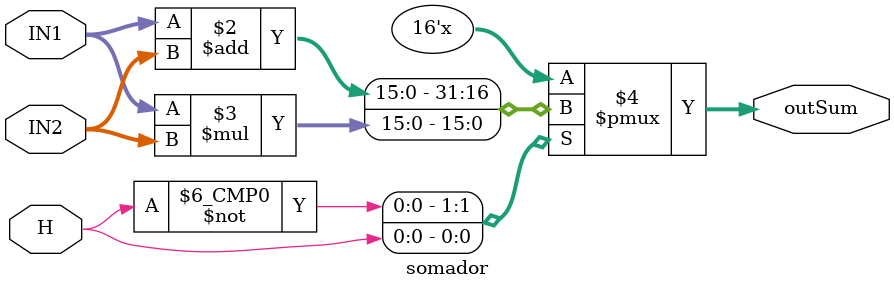
<source format=v>
module somador
(input [15:0] IN1,IN2,
 input [0:0] H,
 output reg [15:0] outSum);
 
always @(*)
begin
	case(H)
		1'b0 : outSum <= IN1 + IN2;
		1'b1 : outSum <= IN1 * IN2;
	endcase
end
	
endmodule

</source>
